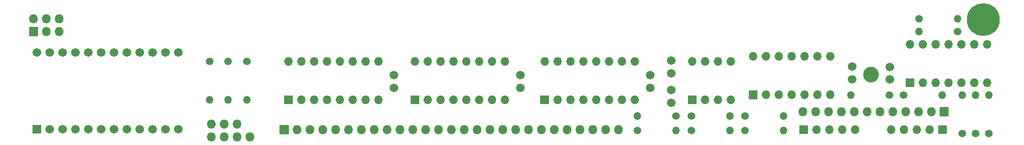
<source format=gts>
G04 #@! TF.GenerationSoftware,KiCad,Pcbnew,5.1.10*
G04 #@! TF.CreationDate,2021-10-20T12:50:39+02:00*
G04 #@! TF.ProjectId,TH-XWhatsIt,54482d58-5768-4617-9473-49742e6b6963,0.1.3*
G04 #@! TF.SameCoordinates,Original*
G04 #@! TF.FileFunction,Soldermask,Top*
G04 #@! TF.FilePolarity,Negative*
%FSLAX46Y46*%
G04 Gerber Fmt 4.6, Leading zero omitted, Abs format (unit mm)*
G04 Created by KiCad (PCBNEW 5.1.10) date 2021-10-20 12:50:39*
%MOMM*%
%LPD*%
G01*
G04 APERTURE LIST*
%ADD10O,1.801600X1.801600*%
%ADD11O,1.501600X1.501600*%
%ADD12C,1.501600*%
%ADD13C,3.101600*%
%ADD14C,0.901600*%
%ADD15C,6.501600*%
%ADD16C,1.701600*%
%ADD17O,1.701600X1.701600*%
G04 APERTURE END LIST*
D10*
X83512840Y-147301420D03*
X80972840Y-144761420D03*
X80972840Y-147301420D03*
X78432840Y-144761420D03*
X78432840Y-147301420D03*
X75892840Y-144761420D03*
X75892840Y-147301420D03*
D11*
X75483900Y-139947100D03*
D12*
X75483900Y-132327100D03*
D11*
X79174520Y-139947100D03*
D12*
X79174520Y-132327100D03*
D11*
X82865140Y-139947100D03*
D12*
X82865140Y-132327100D03*
D13*
X206180000Y-134890000D03*
D14*
X230000371Y-122318674D03*
X228303315Y-121615730D03*
X226606259Y-122318674D03*
X225903315Y-124015730D03*
X226606259Y-125712786D03*
X228303315Y-126415730D03*
X230000371Y-125712786D03*
X230703315Y-124015730D03*
D15*
X228303315Y-124015730D03*
D16*
X41367560Y-130492616D03*
X43907560Y-130492616D03*
X46447560Y-130492616D03*
X48987560Y-130492616D03*
X51527560Y-130492616D03*
X54067560Y-130492616D03*
X56607560Y-130492616D03*
X59147560Y-130492616D03*
X61687560Y-130492616D03*
X64227560Y-130492616D03*
X66767560Y-130492616D03*
X69307560Y-130492616D03*
X69307560Y-145732616D03*
X66767560Y-145732616D03*
X64227560Y-145732616D03*
X61687560Y-145732616D03*
X59147560Y-145732616D03*
X56607560Y-145732616D03*
X54067560Y-145732616D03*
X51527560Y-145732616D03*
X48987560Y-145732616D03*
X46447560Y-145732616D03*
X43907560Y-145732616D03*
G36*
G01*
X40516760Y-146532616D02*
X40516760Y-144932616D01*
G75*
G02*
X40567560Y-144881816I50800J0D01*
G01*
X42167560Y-144881816D01*
G75*
G02*
X42218360Y-144932616I0J-50800D01*
G01*
X42218360Y-146532616D01*
G75*
G02*
X42167560Y-146583416I-50800J0D01*
G01*
X40567560Y-146583416D01*
G75*
G02*
X40516760Y-146532616I0J50800D01*
G01*
G37*
D17*
X213868000Y-128880000D03*
X229108000Y-136500000D03*
X216408000Y-128880000D03*
X226568000Y-136500000D03*
X218948000Y-128880000D03*
X224028000Y-136500000D03*
X221488000Y-128880000D03*
X221488000Y-136500000D03*
X224028000Y-128880000D03*
X218948000Y-136500000D03*
X226568000Y-128880000D03*
X216408000Y-136500000D03*
X229108000Y-128880000D03*
G36*
G01*
X214668000Y-137350800D02*
X213068000Y-137350800D01*
G75*
G02*
X213017200Y-137300000I0J50800D01*
G01*
X213017200Y-135700000D01*
G75*
G02*
X213068000Y-135649200I50800J0D01*
G01*
X214668000Y-135649200D01*
G75*
G02*
X214718800Y-135700000I0J-50800D01*
G01*
X214718800Y-137300000D01*
G75*
G02*
X214668000Y-137350800I-50800J0D01*
G01*
G37*
D11*
X223220000Y-123800000D03*
D12*
X215600000Y-123800000D03*
D11*
X215600000Y-126340000D03*
D12*
X223220000Y-126340000D03*
D11*
X188920000Y-143100000D03*
D12*
X181300000Y-143100000D03*
D11*
X226800000Y-139000000D03*
D12*
X226800000Y-146620000D03*
D11*
X188920000Y-146050000D03*
D12*
X181300000Y-146050000D03*
D11*
X178280000Y-146050000D03*
D12*
X170660000Y-146050000D03*
D11*
X202180000Y-139000000D03*
D12*
X209800000Y-139000000D03*
D11*
X224200000Y-139000000D03*
D12*
X224200000Y-146620000D03*
D11*
X220220000Y-139000000D03*
D12*
X212600000Y-139000000D03*
D11*
X229400000Y-139000000D03*
D12*
X229400000Y-146620000D03*
D11*
X167640000Y-146050000D03*
D12*
X160020000Y-146050000D03*
D11*
X178280000Y-143100000D03*
D12*
X170660000Y-143100000D03*
D11*
X160020000Y-143100000D03*
D12*
X167640000Y-143100000D03*
D16*
X202460000Y-133340000D03*
X202460000Y-135840000D03*
D10*
X192682985Y-142279807D03*
X195222985Y-142279807D03*
X197762985Y-142279807D03*
X200302985Y-142279807D03*
X202842985Y-142279807D03*
X205382985Y-142279807D03*
X207922985Y-142279807D03*
X210462985Y-142279807D03*
X213002985Y-142279807D03*
X215542985Y-142279807D03*
X218082985Y-142279807D03*
G36*
G01*
X219772985Y-141379007D02*
X221472985Y-141379007D01*
G75*
G02*
X221523785Y-141429807I0J-50800D01*
G01*
X221523785Y-143129807D01*
G75*
G02*
X221472985Y-143180607I-50800J0D01*
G01*
X219772985Y-143180607D01*
G75*
G02*
X219722185Y-143129807I0J50800D01*
G01*
X219722185Y-141429807D01*
G75*
G02*
X219772985Y-141379007I50800J0D01*
G01*
G37*
X156289470Y-145851685D03*
X153749470Y-145851685D03*
X151209470Y-145851685D03*
X148669470Y-145851685D03*
X146129470Y-145851685D03*
X143589470Y-145851685D03*
X141049470Y-145851685D03*
X138509470Y-145851685D03*
X135969470Y-145851685D03*
X133429470Y-145851685D03*
X130889470Y-145851685D03*
X128349470Y-145851685D03*
X125809470Y-145851685D03*
X123269470Y-145851685D03*
X120729470Y-145851685D03*
X118189470Y-145851685D03*
X115649470Y-145851685D03*
X113109470Y-145851685D03*
X110569470Y-145851685D03*
X108029470Y-145851685D03*
X105489470Y-145851685D03*
X102949470Y-145851685D03*
X100409470Y-145851685D03*
X97869470Y-145851685D03*
X95329470Y-145851685D03*
X92789470Y-145851685D03*
G36*
G01*
X91099470Y-146752485D02*
X89399470Y-146752485D01*
G75*
G02*
X89348670Y-146701685I0J50800D01*
G01*
X89348670Y-145001685D01*
G75*
G02*
X89399470Y-144950885I50800J0D01*
G01*
X91099470Y-144950885D01*
G75*
G02*
X91150270Y-145001685I0J-50800D01*
G01*
X91150270Y-146701685D01*
G75*
G02*
X91099470Y-146752485I-50800J0D01*
G01*
G37*
D17*
X203041412Y-145851685D03*
X200501412Y-145851685D03*
X197961412Y-145851685D03*
X195421412Y-145851685D03*
G36*
G01*
X192030612Y-146651685D02*
X192030612Y-145051685D01*
G75*
G02*
X192081412Y-145000885I50800J0D01*
G01*
X193681412Y-145000885D01*
G75*
G02*
X193732212Y-145051685I0J-50800D01*
G01*
X193732212Y-146651685D01*
G75*
G02*
X193681412Y-146702485I-50800J0D01*
G01*
X192081412Y-146702485D01*
G75*
G02*
X192030612Y-146651685I0J50800D01*
G01*
G37*
D10*
X45812552Y-123825104D03*
X45812552Y-126365104D03*
X43272552Y-123825104D03*
X43272552Y-126365104D03*
X40732552Y-123825104D03*
G36*
G01*
X41582552Y-127265904D02*
X39882552Y-127265904D01*
G75*
G02*
X39831752Y-127215104I0J50800D01*
G01*
X39831752Y-125515104D01*
G75*
G02*
X39882552Y-125464304I50800J0D01*
G01*
X41582552Y-125464304D01*
G75*
G02*
X41633352Y-125515104I0J-50800D01*
G01*
X41633352Y-127215104D01*
G75*
G02*
X41582552Y-127265904I-50800J0D01*
G01*
G37*
D17*
X182880000Y-131318000D03*
X198120000Y-138938000D03*
X185420000Y-131318000D03*
X195580000Y-138938000D03*
X187960000Y-131318000D03*
X193040000Y-138938000D03*
X190500000Y-131318000D03*
X190500000Y-138938000D03*
X193040000Y-131318000D03*
X187960000Y-138938000D03*
X195580000Y-131318000D03*
X185420000Y-138938000D03*
X198120000Y-131318000D03*
G36*
G01*
X183680000Y-139788800D02*
X182080000Y-139788800D01*
G75*
G02*
X182029200Y-139738000I0J50800D01*
G01*
X182029200Y-138138000D01*
G75*
G02*
X182080000Y-138087200I50800J0D01*
G01*
X183680000Y-138087200D01*
G75*
G02*
X183730800Y-138138000I0J-50800D01*
G01*
X183730800Y-139738000D01*
G75*
G02*
X183680000Y-139788800I-50800J0D01*
G01*
G37*
D16*
X166687640Y-140493868D03*
X166687640Y-137993868D03*
X166687640Y-134659486D03*
X166687640Y-132159486D03*
D17*
X170854831Y-132278555D03*
X178474831Y-139898555D03*
X173394831Y-132278555D03*
X175934831Y-139898555D03*
X175934831Y-132278555D03*
X173394831Y-139898555D03*
X178474831Y-132278555D03*
G36*
G01*
X171654831Y-140749355D02*
X170054831Y-140749355D01*
G75*
G02*
X170004031Y-140698555I0J50800D01*
G01*
X170004031Y-139098555D01*
G75*
G02*
X170054831Y-139047755I50800J0D01*
G01*
X171654831Y-139047755D01*
G75*
G02*
X171705631Y-139098555I0J-50800D01*
G01*
X171705631Y-140698555D01*
G75*
G02*
X171654831Y-140749355I-50800J0D01*
G01*
G37*
X141684494Y-132278555D03*
X159464494Y-139898555D03*
X144224494Y-132278555D03*
X156924494Y-139898555D03*
X146764494Y-132278555D03*
X154384494Y-139898555D03*
X149304494Y-132278555D03*
X151844494Y-139898555D03*
X151844494Y-132278555D03*
X149304494Y-139898555D03*
X154384494Y-132278555D03*
X146764494Y-139898555D03*
X156924494Y-132278555D03*
X144224494Y-139898555D03*
X159464494Y-132278555D03*
G36*
G01*
X142484494Y-140749355D02*
X140884494Y-140749355D01*
G75*
G02*
X140833694Y-140698555I0J50800D01*
G01*
X140833694Y-139098555D01*
G75*
G02*
X140884494Y-139047755I50800J0D01*
G01*
X142484494Y-139047755D01*
G75*
G02*
X142535294Y-139098555I0J-50800D01*
G01*
X142535294Y-140698555D01*
G75*
G02*
X142484494Y-140749355I-50800J0D01*
G01*
G37*
X116086035Y-132278555D03*
X133866035Y-139898555D03*
X118626035Y-132278555D03*
X131326035Y-139898555D03*
X121166035Y-132278555D03*
X128786035Y-139898555D03*
X123706035Y-132278555D03*
X126246035Y-139898555D03*
X126246035Y-132278555D03*
X123706035Y-139898555D03*
X128786035Y-132278555D03*
X121166035Y-139898555D03*
X131326035Y-132278555D03*
X118626035Y-139898555D03*
X133866035Y-132278555D03*
G36*
G01*
X116886035Y-140749355D02*
X115286035Y-140749355D01*
G75*
G02*
X115235235Y-140698555I0J50800D01*
G01*
X115235235Y-139098555D01*
G75*
G02*
X115286035Y-139047755I50800J0D01*
G01*
X116886035Y-139047755D01*
G75*
G02*
X116936835Y-139098555I0J-50800D01*
G01*
X116936835Y-140698555D01*
G75*
G02*
X116886035Y-140749355I-50800J0D01*
G01*
G37*
D16*
X111918844Y-135017303D03*
X111918844Y-137517303D03*
X136921990Y-135017303D03*
X136921990Y-137517303D03*
X162520449Y-135017303D03*
X162520449Y-137517303D03*
X209890000Y-133360000D03*
X209890000Y-135860000D03*
D17*
X210105810Y-145851685D03*
X212645810Y-145851685D03*
X215185810Y-145851685D03*
X217725810Y-145851685D03*
G36*
G01*
X221116610Y-145051685D02*
X221116610Y-146651685D01*
G75*
G02*
X221065810Y-146702485I-50800J0D01*
G01*
X219465810Y-146702485D01*
G75*
G02*
X219415010Y-146651685I0J50800D01*
G01*
X219415010Y-145051685D01*
G75*
G02*
X219465810Y-145000885I50800J0D01*
G01*
X221065810Y-145000885D01*
G75*
G02*
X221116610Y-145051685I0J-50800D01*
G01*
G37*
X91082889Y-132278555D03*
X108862889Y-139898555D03*
X93622889Y-132278555D03*
X106322889Y-139898555D03*
X96162889Y-132278555D03*
X103782889Y-139898555D03*
X98702889Y-132278555D03*
X101242889Y-139898555D03*
X101242889Y-132278555D03*
X98702889Y-139898555D03*
X103782889Y-132278555D03*
X96162889Y-139898555D03*
X106322889Y-132278555D03*
X93622889Y-139898555D03*
X108862889Y-132278555D03*
G36*
G01*
X91882889Y-140749355D02*
X90282889Y-140749355D01*
G75*
G02*
X90232089Y-140698555I0J50800D01*
G01*
X90232089Y-139098555D01*
G75*
G02*
X90282889Y-139047755I50800J0D01*
G01*
X91882889Y-139047755D01*
G75*
G02*
X91933689Y-139098555I0J-50800D01*
G01*
X91933689Y-140698555D01*
G75*
G02*
X91882889Y-140749355I-50800J0D01*
G01*
G37*
M02*

</source>
